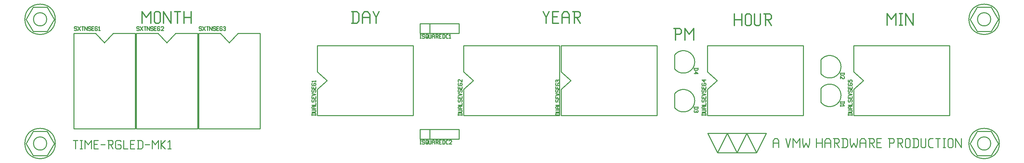
<source format=gbr>
G04 start of page 8 for group -4079 idx -4079 *
G04 Title: (unknown), topsilk *
G04 Creator: pcb 20110918 *
G04 CreationDate: Fri 10 Jan 2014 09:42:05 PM GMT UTC *
G04 For: vince *
G04 Format: Gerber/RS-274X *
G04 PCB-Dimensions: 1000000 160000 *
G04 PCB-Coordinate-Origin: lower left *
%MOIN*%
%FSLAX25Y25*%
%LNTOPSILK*%
%ADD49C,0.0120*%
%ADD48C,0.0100*%
G54D48*X50000Y19300D02*X54400D01*
X52200D02*Y10500D01*
X57040Y19300D02*X59240D01*
X58140D02*Y10500D01*
X57040D02*X59240D01*
X61880Y19300D02*Y10500D01*
Y19300D02*X65180Y14900D01*
X68480Y19300D01*
Y10500D01*
X71120Y15340D02*X74420D01*
X71120Y10500D02*X75520D01*
X71120Y19300D02*Y10500D01*
Y19300D02*X75520D01*
X78160Y14900D02*X82560D01*
X85200Y19300D02*X89600D01*
X90700Y18200D01*
Y16000D01*
X89600Y14900D02*X90700Y16000D01*
X86300Y14900D02*X89600D01*
X86300Y19300D02*Y10500D01*
X88060Y14900D02*X90700Y10500D01*
X97740Y19300D02*X98840Y18200D01*
X94440Y19300D02*X97740D01*
X93340Y18200D02*X94440Y19300D01*
X93340Y18200D02*Y11600D01*
X94440Y10500D01*
X97740D01*
X98840Y11600D01*
Y13800D02*Y11600D01*
X97740Y14900D02*X98840Y13800D01*
X95540Y14900D02*X97740D01*
X101480Y19300D02*Y10500D01*
X105880D01*
X108520Y15340D02*X111820D01*
X108520Y10500D02*X112920D01*
X108520Y19300D02*Y10500D01*
Y19300D02*X112920D01*
X116660D02*Y10500D01*
X119520Y19300D02*X121060Y17760D01*
Y12040D01*
X119520Y10500D02*X121060Y12040D01*
X115560Y10500D02*X119520D01*
X115560Y19300D02*X119520D01*
X123700Y14900D02*X128100D01*
X130740Y19300D02*Y10500D01*
Y19300D02*X134040Y14900D01*
X137340Y19300D01*
Y10500D01*
X139980Y19300D02*Y10500D01*
Y14900D02*X144380Y19300D01*
X139980Y14900D02*X144380Y10500D01*
X147020Y17540D02*X148780Y19300D01*
Y10500D01*
X147020D02*X150320D01*
G54D49*X120500Y152000D02*Y140000D01*
Y152000D02*X125000Y146000D01*
X129500Y152000D01*
Y140000D01*
X133100Y150500D02*Y141500D01*
Y150500D02*X134600Y152000D01*
X137600D01*
X139100Y150500D01*
Y141500D01*
X137600Y140000D02*X139100Y141500D01*
X134600Y140000D02*X137600D01*
X133100Y141500D02*X134600Y140000D01*
X142700Y152000D02*Y140000D01*
Y152000D02*X150200Y140000D01*
Y152000D02*Y140000D01*
X153800Y152000D02*X159800D01*
X156800D02*Y140000D01*
X163400Y152000D02*Y140000D01*
X170900Y152000D02*Y140000D01*
X163400Y146000D02*X170900D01*
X337000Y152000D02*Y140000D01*
X340900Y152000D02*X343000Y149900D01*
Y142100D01*
X340900Y140000D02*X343000Y142100D01*
X335500Y140000D02*X340900D01*
X335500Y152000D02*X340900D01*
X346600Y149000D02*Y140000D01*
Y149000D02*X348700Y152000D01*
X352000D01*
X354100Y149000D01*
Y140000D01*
X346600Y146000D02*X354100D01*
X357700Y152000D02*X360700Y146000D01*
X363700Y152000D01*
X360700Y146000D02*Y140000D01*
G54D48*X767500Y18800D02*Y11750D01*
Y18800D02*X769145Y21150D01*
X771730D01*
X773375Y18800D01*
Y11750D01*
X767500Y16450D02*X773375D01*
X780425Y21150D02*X782775Y11750D01*
X785125Y21150D01*
X787945D02*Y11750D01*
Y21150D02*X791470Y16450D01*
X794995Y21150D01*
Y11750D01*
X797815Y21150D02*Y16450D01*
X798990Y11750D01*
X801340Y16450D01*
X803690Y11750D01*
X804865Y16450D01*
Y21150D02*Y16450D01*
X811915Y21150D02*Y11750D01*
X817790Y21150D02*Y11750D01*
X811915Y16450D02*X817790D01*
X820610Y18800D02*Y11750D01*
Y18800D02*X822255Y21150D01*
X824840D01*
X826485Y18800D01*
Y11750D01*
X820610Y16450D02*X826485D01*
X829305Y21150D02*X834005D01*
X835180Y19975D01*
Y17625D01*
X834005Y16450D02*X835180Y17625D01*
X830480Y16450D02*X834005D01*
X830480Y21150D02*Y11750D01*
X832360Y16450D02*X835180Y11750D01*
X839175Y21150D02*Y11750D01*
X842230Y21150D02*X843875Y19505D01*
Y13395D01*
X842230Y11750D02*X843875Y13395D01*
X838000Y11750D02*X842230D01*
X838000Y21150D02*X842230D01*
X846695D02*Y16450D01*
X847870Y11750D01*
X850220Y16450D01*
X852570Y11750D01*
X853745Y16450D01*
Y21150D02*Y16450D01*
X856565Y18800D02*Y11750D01*
Y18800D02*X858210Y21150D01*
X860795D01*
X862440Y18800D01*
Y11750D01*
X856565Y16450D02*X862440D01*
X865260Y21150D02*X869960D01*
X871135Y19975D01*
Y17625D01*
X869960Y16450D02*X871135Y17625D01*
X866435Y16450D02*X869960D01*
X866435Y21150D02*Y11750D01*
X868315Y16450D02*X871135Y11750D01*
X873955Y16920D02*X877480D01*
X873955Y11750D02*X878655D01*
X873955Y21150D02*Y11750D01*
Y21150D02*X878655D01*
X886880D02*Y11750D01*
X885705Y21150D02*X890405D01*
X891580Y19975D01*
Y17625D01*
X890405Y16450D02*X891580Y17625D01*
X886880Y16450D02*X890405D01*
X894400Y21150D02*X899100D01*
X900275Y19975D01*
Y17625D01*
X899100Y16450D02*X900275Y17625D01*
X895575Y16450D02*X899100D01*
X895575Y21150D02*Y11750D01*
X897455Y16450D02*X900275Y11750D01*
X903095Y19975D02*Y12925D01*
Y19975D02*X904270Y21150D01*
X906620D01*
X907795Y19975D01*
Y12925D01*
X906620Y11750D02*X907795Y12925D01*
X904270Y11750D02*X906620D01*
X903095Y12925D02*X904270Y11750D01*
X911790Y21150D02*Y11750D01*
X914845Y21150D02*X916490Y19505D01*
Y13395D01*
X914845Y11750D02*X916490Y13395D01*
X910615Y11750D02*X914845D01*
X910615Y21150D02*X914845D01*
X919310D02*Y12925D01*
X920485Y11750D01*
X922835D01*
X924010Y12925D01*
Y21150D02*Y12925D01*
X928475Y11750D02*X931530D01*
X926830Y13395D02*X928475Y11750D01*
X926830Y19505D02*Y13395D01*
Y19505D02*X928475Y21150D01*
X931530D01*
X934350D02*X939050D01*
X936700D02*Y11750D01*
X941870Y21150D02*X944220D01*
X943045D02*Y11750D01*
X941870D02*X944220D01*
X947040Y19975D02*Y12925D01*
Y19975D02*X948215Y21150D01*
X950565D01*
X951740Y19975D01*
Y12925D01*
X950565Y11750D02*X951740Y12925D01*
X948215Y11750D02*X950565D01*
X947040Y12925D02*X948215Y11750D01*
X954560Y21150D02*Y11750D01*
Y21150D02*X960435Y11750D01*
Y21150D02*Y11750D01*
G54D49*X532000Y152000D02*X535000Y146000D01*
X538000Y152000D01*
X535000Y146000D02*Y140000D01*
X541600Y146600D02*X546100D01*
X541600Y140000D02*X547600D01*
X541600Y152000D02*Y140000D01*
Y152000D02*X547600D01*
X551200Y149000D02*Y140000D01*
Y149000D02*X553300Y152000D01*
X556600D01*
X558700Y149000D01*
Y140000D01*
X551200Y146000D02*X558700D01*
X562300Y152000D02*X568300D01*
X569800Y150500D01*
Y147500D01*
X568300Y146000D02*X569800Y147500D01*
X563800Y146000D02*X568300D01*
X563800Y152000D02*Y140000D01*
X566200Y146000D02*X569800Y140000D01*
X728000Y149500D02*Y137500D01*
X735500Y149500D02*Y137500D01*
X728000Y143500D02*X735500D01*
X739100Y148000D02*Y139000D01*
Y148000D02*X740600Y149500D01*
X743600D01*
X745100Y148000D01*
Y139000D01*
X743600Y137500D02*X745100Y139000D01*
X740600Y137500D02*X743600D01*
X739100Y139000D02*X740600Y137500D01*
X748700Y149500D02*Y139000D01*
X750200Y137500D01*
X753200D01*
X754700Y139000D01*
Y149500D02*Y139000D01*
X758300Y149500D02*X764300D01*
X765800Y148000D01*
Y145000D01*
X764300Y143500D02*X765800Y145000D01*
X759800Y143500D02*X764300D01*
X759800Y149500D02*Y137500D01*
X762200Y143500D02*X765800Y137500D01*
X884500Y150000D02*Y138000D01*
Y150000D02*X889000Y144000D01*
X893500Y150000D01*
Y138000D01*
X897100Y150000D02*X900100D01*
X898600D02*Y138000D01*
X897100D02*X900100D01*
X903700Y150000D02*Y138000D01*
Y150000D02*X911200Y138000D01*
Y150000D02*Y138000D01*
X667500Y134500D02*Y122500D01*
X666000Y134500D02*X672000D01*
X673500Y133000D01*
Y130000D01*
X672000Y128500D02*X673500Y130000D01*
X667500Y128500D02*X672000D01*
X677100Y134500D02*Y122500D01*
Y134500D02*X681600Y128500D01*
X686100Y134500D01*
Y122500D01*
G54D48*X816500Y72800D02*Y58300D01*
X817500Y57400D02*X816500Y58400D01*
X817500Y73800D02*X816600Y72900D01*
X817498Y57398D02*G75*G03X817498Y73802I8202J8202D01*G01*
X850300Y45000D02*X948700D01*
Y117000D02*Y45000D01*
X850300Y117000D02*X948700D01*
X850300D02*Y90000D01*
X860250Y81000D01*
X850300Y72000D01*
Y45000D01*
X700300D02*X798700D01*
Y117000D02*Y45000D01*
X700300Y117000D02*X798700D01*
X700300D02*Y90000D01*
X710250Y81000D01*
X700300Y72000D01*
Y45000D01*
X666500Y107300D02*Y92800D01*
X667500Y91900D02*X666500Y92900D01*
X667500Y108300D02*X666600Y107400D01*
X667498Y91898D02*G75*G03X667498Y108302I8202J8202D01*G01*
X816500Y102300D02*Y87800D01*
X817500Y86900D02*X816500Y87900D01*
X817500Y103300D02*X816600Y102400D01*
X817498Y86898D02*G75*G03X817498Y103302I8202J8202D01*G01*
X666500Y67300D02*Y52800D01*
X667500Y51900D02*X666500Y52900D01*
X667500Y68300D02*X666600Y67400D01*
X667498Y51898D02*G75*G03X667498Y68302I8202J8202D01*G01*
X450300Y45000D02*X548700D01*
Y117000D02*Y45000D01*
X450300Y117000D02*X548700D01*
X450300D02*Y90000D01*
X460250Y81000D01*
X450300Y72000D01*
Y45000D01*
X969600Y16000D02*X976800Y3500D01*
X991200D01*
X998400Y16000D01*
X991200Y28500D01*
X976800D01*
X969600Y16000D01*
X977200D02*G75*G03X977200Y16000I6800J0D01*G01*
X968400D02*G75*G03X968400Y16000I15600J0D01*G01*
X969600Y144000D02*X976800Y131500D01*
X991200D01*
X998400Y144000D01*
X991200Y156500D01*
X976800D01*
X969600Y144000D01*
X977200D02*G75*G03X977200Y144000I6800J0D01*G01*
X968400Y144000D02*G75*G03X968400Y144000I15600J0D01*G01*
X550300Y45000D02*X648700D01*
Y117000D02*Y45000D01*
X550300Y117000D02*X648700D01*
X550300D02*Y90000D01*
X560250Y81000D01*
X550300Y72000D01*
Y45000D01*
X700500Y26500D02*X710500Y6500D01*
X750500D01*
X760500Y26500D01*
X700500D01*
X710500Y6500D02*X720500Y26500D01*
X730500Y6500D01*
X740500Y26500D01*
X750500Y6500D01*
X114500Y129700D02*Y31300D01*
X177500D01*
Y129700D01*
X155000D01*
X146000Y119750D01*
X137000Y129700D01*
X114500D01*
X300300Y45000D02*X398700D01*
Y117000D02*Y45000D01*
X300300Y117000D02*X398700D01*
X300300D02*Y90000D01*
X310250Y81000D01*
X300300Y72000D01*
Y45000D01*
X178500Y129700D02*Y31300D01*
X241500D01*
Y129700D01*
X219000D01*
X210000Y119750D01*
X201000Y129700D01*
X178500D01*
X50500D02*Y31300D01*
X113500D01*
Y129700D01*
X91000D01*
X82000Y119750D01*
X73000Y129700D01*
X50500D01*
X405500Y129500D02*X445500D01*
Y139500D02*Y129500D01*
X405500Y139500D02*X445500D01*
X405500D02*Y129500D01*
X415500Y139500D02*Y129500D01*
X405500Y139500D02*X415500D01*
X405500Y20500D02*X445500D01*
Y30500D02*Y20500D01*
X405500Y30500D02*X445500D01*
X405500D02*Y20500D01*
X415500Y30500D02*Y20500D01*
X405500Y30500D02*X415500D01*
X1600Y144000D02*X8800Y131500D01*
X23200D01*
X30400Y144000D01*
X23200Y156500D01*
X8800D01*
X1600Y144000D01*
X9200D02*G75*G03X9200Y144000I6800J0D01*G01*
X400Y144000D02*G75*G03X400Y144000I15600J0D01*G01*
X1600Y16000D02*X8800Y3500D01*
X23200D01*
X30400Y16000D01*
X23200Y28500D01*
X8800D01*
X1600Y16000D01*
X9200D02*G75*G03X9200Y16000I6800J0D01*G01*
X400D02*G75*G03X400Y16000I15600J0D01*G01*
X836400Y59000D02*X840400D01*
Y57700D02*X839700Y57000D01*
X837100D02*X839700D01*
X836400Y57700D02*X837100Y57000D01*
X836400Y59500D02*Y57700D01*
X840400Y59500D02*Y57700D01*
X839600Y55800D02*X840400Y55000D01*
X836400D02*X840400D01*
X836400Y55800D02*Y54300D01*
X844500Y45500D02*X848500D01*
X844500Y46800D02*X845200Y47500D01*
X847800D01*
X848500Y46800D02*X847800Y47500D01*
X848500Y46800D02*Y45000D01*
X844500Y46800D02*Y45000D01*
Y48700D02*X848000D01*
X848500Y49200D01*
Y50200D02*Y49200D01*
Y50200D02*X848000Y50700D01*
X844500D02*X848000D01*
X845500Y51900D02*X848500D01*
X845500D02*X844500Y52600D01*
Y53700D02*Y52600D01*
Y53700D02*X845500Y54400D01*
X848500D01*
X846500D02*Y51900D01*
X844500Y55600D02*X848500D01*
Y57600D02*Y55600D01*
X844500Y60800D02*X845000Y61300D01*
X844500Y60800D02*Y59300D01*
X845000Y58800D02*X844500Y59300D01*
X845000Y58800D02*X846000D01*
X846500Y59300D01*
Y60800D02*Y59300D01*
Y60800D02*X847000Y61300D01*
X848000D01*
X848500Y60800D02*X848000Y61300D01*
X848500Y60800D02*Y59300D01*
X848000Y58800D02*X848500Y59300D01*
X846300Y64000D02*Y62500D01*
X848500Y64500D02*Y62500D01*
X844500D02*X848500D01*
X844500Y64500D02*Y62500D01*
Y65700D02*X848500Y66700D01*
X844500Y67700D01*
Y70900D02*X845000Y71400D01*
X844500Y70900D02*Y69400D01*
X845000Y68900D02*X844500Y69400D01*
X845000Y68900D02*X846000D01*
X846500Y69400D01*
Y70900D02*Y69400D01*
Y70900D02*X847000Y71400D01*
X848000D01*
X848500Y70900D02*X848000Y71400D01*
X848500Y70900D02*Y69400D01*
X848000Y68900D02*X848500Y69400D01*
X846300Y74100D02*Y72600D01*
X848500Y74600D02*Y72600D01*
X844500D02*X848500D01*
X844500Y74600D02*Y72600D01*
Y77800D02*X845000Y78300D01*
X844500Y77800D02*Y76300D01*
X845000Y75800D02*X844500Y76300D01*
X845000Y75800D02*X848000D01*
X848500Y76300D01*
Y77800D02*Y76300D01*
Y77800D02*X848000Y78300D01*
X847000D02*X848000D01*
X846500Y77800D02*X847000Y78300D01*
X846500Y77800D02*Y76800D01*
X844500Y81500D02*Y79500D01*
X846500D01*
X846000Y80000D01*
Y81000D02*Y80000D01*
Y81000D02*X846500Y81500D01*
X848000D01*
X848500Y81000D02*X848000Y81500D01*
X848500Y81000D02*Y80000D01*
X848000Y79500D02*X848500Y80000D01*
X694500Y45500D02*X698500D01*
X694500Y46800D02*X695200Y47500D01*
X697800D01*
X698500Y46800D02*X697800Y47500D01*
X698500Y46800D02*Y45000D01*
X694500Y46800D02*Y45000D01*
Y48700D02*X698000D01*
X698500Y49200D01*
Y50200D02*Y49200D01*
Y50200D02*X698000Y50700D01*
X694500D02*X698000D01*
X695500Y51900D02*X698500D01*
X695500D02*X694500Y52600D01*
Y53700D02*Y52600D01*
Y53700D02*X695500Y54400D01*
X698500D01*
X696500D02*Y51900D01*
X694500Y55600D02*X698500D01*
Y57600D02*Y55600D01*
X694500Y60800D02*X695000Y61300D01*
X694500Y60800D02*Y59300D01*
X695000Y58800D02*X694500Y59300D01*
X695000Y58800D02*X696000D01*
X696500Y59300D01*
Y60800D02*Y59300D01*
Y60800D02*X697000Y61300D01*
X698000D01*
X698500Y60800D02*X698000Y61300D01*
X698500Y60800D02*Y59300D01*
X698000Y58800D02*X698500Y59300D01*
X696300Y64000D02*Y62500D01*
X698500Y64500D02*Y62500D01*
X694500D02*X698500D01*
X694500Y64500D02*Y62500D01*
Y65700D02*X698500Y66700D01*
X694500Y67700D01*
Y70900D02*X695000Y71400D01*
X694500Y70900D02*Y69400D01*
X695000Y68900D02*X694500Y69400D01*
X695000Y68900D02*X696000D01*
X696500Y69400D01*
Y70900D02*Y69400D01*
Y70900D02*X697000Y71400D01*
X698000D01*
X698500Y70900D02*X698000Y71400D01*
X698500Y70900D02*Y69400D01*
X698000Y68900D02*X698500Y69400D01*
X696300Y74100D02*Y72600D01*
X698500Y74600D02*Y72600D01*
X694500D02*X698500D01*
X694500Y74600D02*Y72600D01*
Y77800D02*X695000Y78300D01*
X694500Y77800D02*Y76300D01*
X695000Y75800D02*X694500Y76300D01*
X695000Y75800D02*X698000D01*
X698500Y76300D01*
Y77800D02*Y76300D01*
Y77800D02*X698000Y78300D01*
X697000D02*X698000D01*
X696500Y77800D02*X697000Y78300D01*
X696500Y77800D02*Y76800D01*
X697000Y79500D02*X694500Y81500D01*
X697000Y82000D02*Y79500D01*
X694500Y81500D02*X698500D01*
X686400Y93500D02*X690400D01*
Y92200D02*X689700Y91500D01*
X687100D02*X689700D01*
X686400Y92200D02*X687100Y91500D01*
X686400Y94000D02*Y92200D01*
X690400Y94000D02*Y92200D01*
X687900Y90300D02*X690400Y88300D01*
X687900Y90300D02*Y87800D01*
X686400Y88300D02*X690400D01*
X836400Y88500D02*X840400D01*
Y87200D02*X839700Y86500D01*
X837100D02*X839700D01*
X836400Y87200D02*X837100Y86500D01*
X836400Y89000D02*Y87200D01*
X840400Y89000D02*Y87200D01*
X839900Y85300D02*X840400Y84800D01*
Y83300D01*
X839900Y82800D01*
X838900D02*X839900D01*
X836400Y85300D02*X838900Y82800D01*
X836400Y85300D02*Y82800D01*
X686400Y53500D02*X690400D01*
Y52200D02*X689700Y51500D01*
X687100D02*X689700D01*
X686400Y52200D02*X687100Y51500D01*
X686400Y54000D02*Y52200D01*
X690400Y54000D02*Y52200D01*
X689900Y50300D02*X690400Y49800D01*
Y48800D01*
X689900Y48300D01*
X686400Y48800D02*X686900Y48300D01*
X686400Y49800D02*Y48800D01*
X686900Y50300D02*X686400Y49800D01*
X688600D02*Y48800D01*
X689100Y48300D02*X689900D01*
X686900D02*X688100D01*
X688600Y48800D01*
X689100Y48300D02*X688600Y48800D01*
X544500Y45500D02*X548500D01*
X544500Y46800D02*X545200Y47500D01*
X547800D01*
X548500Y46800D02*X547800Y47500D01*
X548500Y46800D02*Y45000D01*
X544500Y46800D02*Y45000D01*
Y48700D02*X548000D01*
X548500Y49200D01*
Y50200D02*Y49200D01*
Y50200D02*X548000Y50700D01*
X544500D02*X548000D01*
X545500Y51900D02*X548500D01*
X545500D02*X544500Y52600D01*
Y53700D02*Y52600D01*
Y53700D02*X545500Y54400D01*
X548500D01*
X546500D02*Y51900D01*
X544500Y55600D02*X548500D01*
Y57600D02*Y55600D01*
X544500Y60800D02*X545000Y61300D01*
X544500Y60800D02*Y59300D01*
X545000Y58800D02*X544500Y59300D01*
X545000Y58800D02*X546000D01*
X546500Y59300D01*
Y60800D02*Y59300D01*
Y60800D02*X547000Y61300D01*
X548000D01*
X548500Y60800D02*X548000Y61300D01*
X548500Y60800D02*Y59300D01*
X548000Y58800D02*X548500Y59300D01*
X546300Y64000D02*Y62500D01*
X548500Y64500D02*Y62500D01*
X544500D02*X548500D01*
X544500Y64500D02*Y62500D01*
Y65700D02*X548500Y66700D01*
X544500Y67700D01*
Y70900D02*X545000Y71400D01*
X544500Y70900D02*Y69400D01*
X545000Y68900D02*X544500Y69400D01*
X545000Y68900D02*X546000D01*
X546500Y69400D01*
Y70900D02*Y69400D01*
Y70900D02*X547000Y71400D01*
X548000D01*
X548500Y70900D02*X548000Y71400D01*
X548500Y70900D02*Y69400D01*
X548000Y68900D02*X548500Y69400D01*
X546300Y74100D02*Y72600D01*
X548500Y74600D02*Y72600D01*
X544500D02*X548500D01*
X544500Y74600D02*Y72600D01*
Y77800D02*X545000Y78300D01*
X544500Y77800D02*Y76300D01*
X545000Y75800D02*X544500Y76300D01*
X545000Y75800D02*X548000D01*
X548500Y76300D01*
Y77800D02*Y76300D01*
Y77800D02*X548000Y78300D01*
X547000D02*X548000D01*
X546500Y77800D02*X547000Y78300D01*
X546500Y77800D02*Y76800D01*
X545000Y79500D02*X544500Y80000D01*
Y81000D02*Y80000D01*
Y81000D02*X545000Y81500D01*
X548500Y81000D02*X548000Y81500D01*
X548500Y81000D02*Y80000D01*
X548000Y79500D02*X548500Y80000D01*
X546300Y81000D02*Y80000D01*
X545000Y81500D02*X545800D01*
X546800D02*X548000D01*
X546800D02*X546300Y81000D01*
X545800Y81500D02*X546300Y81000D01*
X117000Y136500D02*X117500Y136000D01*
X115500Y136500D02*X117000D01*
X115000Y136000D02*X115500Y136500D01*
X115000Y136000D02*Y135000D01*
X115500Y134500D01*
X117000D01*
X117500Y134000D01*
Y133000D01*
X117000Y132500D02*X117500Y133000D01*
X115500Y132500D02*X117000D01*
X115000Y133000D02*X115500Y132500D01*
X118700D02*X121200Y136500D01*
X118700D02*X121200Y132500D01*
X122400Y136500D02*X124400D01*
X123400D02*Y132500D01*
X125600Y136500D02*Y132500D01*
Y136500D02*X128100Y132500D01*
Y136500D02*Y132500D01*
X131300Y136500D02*X131800Y136000D01*
X129800Y136500D02*X131300D01*
X129300Y136000D02*X129800Y136500D01*
X129300Y136000D02*Y135000D01*
X129800Y134500D01*
X131300D01*
X131800Y134000D01*
Y133000D01*
X131300Y132500D02*X131800Y133000D01*
X129800Y132500D02*X131300D01*
X129300Y133000D02*X129800Y132500D01*
X133000Y134700D02*X134500D01*
X133000Y132500D02*X135000D01*
X133000Y136500D02*Y132500D01*
Y136500D02*X135000D01*
X138200D02*X138700Y136000D01*
X136700Y136500D02*X138200D01*
X136200Y136000D02*X136700Y136500D01*
X136200Y136000D02*Y133000D01*
X136700Y132500D01*
X138200D01*
X138700Y133000D01*
Y134000D02*Y133000D01*
X138200Y134500D02*X138700Y134000D01*
X137200Y134500D02*X138200D01*
X139900Y136000D02*X140400Y136500D01*
X141900D01*
X142400Y136000D01*
Y135000D01*
X139900Y132500D02*X142400Y135000D01*
X139900Y132500D02*X142400D01*
X294500Y45500D02*X298500D01*
X294500Y46800D02*X295200Y47500D01*
X297800D01*
X298500Y46800D02*X297800Y47500D01*
X298500Y46800D02*Y45000D01*
X294500Y46800D02*Y45000D01*
Y48700D02*X298000D01*
X298500Y49200D01*
Y50200D02*Y49200D01*
Y50200D02*X298000Y50700D01*
X294500D02*X298000D01*
X295500Y51900D02*X298500D01*
X295500D02*X294500Y52600D01*
Y53700D02*Y52600D01*
Y53700D02*X295500Y54400D01*
X298500D01*
X296500D02*Y51900D01*
X294500Y55600D02*X298500D01*
Y57600D02*Y55600D01*
X294500Y60800D02*X295000Y61300D01*
X294500Y60800D02*Y59300D01*
X295000Y58800D02*X294500Y59300D01*
X295000Y58800D02*X296000D01*
X296500Y59300D01*
Y60800D02*Y59300D01*
Y60800D02*X297000Y61300D01*
X298000D01*
X298500Y60800D02*X298000Y61300D01*
X298500Y60800D02*Y59300D01*
X298000Y58800D02*X298500Y59300D01*
X296300Y64000D02*Y62500D01*
X298500Y64500D02*Y62500D01*
X294500D02*X298500D01*
X294500Y64500D02*Y62500D01*
Y65700D02*X298500Y66700D01*
X294500Y67700D01*
Y70900D02*X295000Y71400D01*
X294500Y70900D02*Y69400D01*
X295000Y68900D02*X294500Y69400D01*
X295000Y68900D02*X296000D01*
X296500Y69400D01*
Y70900D02*Y69400D01*
Y70900D02*X297000Y71400D01*
X298000D01*
X298500Y70900D02*X298000Y71400D01*
X298500Y70900D02*Y69400D01*
X298000Y68900D02*X298500Y69400D01*
X296300Y74100D02*Y72600D01*
X298500Y74600D02*Y72600D01*
X294500D02*X298500D01*
X294500Y74600D02*Y72600D01*
Y77800D02*X295000Y78300D01*
X294500Y77800D02*Y76300D01*
X295000Y75800D02*X294500Y76300D01*
X295000Y75800D02*X298000D01*
X298500Y76300D01*
Y77800D02*Y76300D01*
Y77800D02*X298000Y78300D01*
X297000D02*X298000D01*
X296500Y77800D02*X297000Y78300D01*
X296500Y77800D02*Y76800D01*
X295300Y79500D02*X294500Y80300D01*
X298500D01*
Y81000D02*Y79500D01*
X181000Y136500D02*X181500Y136000D01*
X179500Y136500D02*X181000D01*
X179000Y136000D02*X179500Y136500D01*
X179000Y136000D02*Y135000D01*
X179500Y134500D01*
X181000D01*
X181500Y134000D01*
Y133000D01*
X181000Y132500D02*X181500Y133000D01*
X179500Y132500D02*X181000D01*
X179000Y133000D02*X179500Y132500D01*
X182700D02*X185200Y136500D01*
X182700D02*X185200Y132500D01*
X186400Y136500D02*X188400D01*
X187400D02*Y132500D01*
X189600Y136500D02*Y132500D01*
Y136500D02*X192100Y132500D01*
Y136500D02*Y132500D01*
X195300Y136500D02*X195800Y136000D01*
X193800Y136500D02*X195300D01*
X193300Y136000D02*X193800Y136500D01*
X193300Y136000D02*Y135000D01*
X193800Y134500D01*
X195300D01*
X195800Y134000D01*
Y133000D01*
X195300Y132500D02*X195800Y133000D01*
X193800Y132500D02*X195300D01*
X193300Y133000D02*X193800Y132500D01*
X197000Y134700D02*X198500D01*
X197000Y132500D02*X199000D01*
X197000Y136500D02*Y132500D01*
Y136500D02*X199000D01*
X202200D02*X202700Y136000D01*
X200700Y136500D02*X202200D01*
X200200Y136000D02*X200700Y136500D01*
X200200Y136000D02*Y133000D01*
X200700Y132500D01*
X202200D01*
X202700Y133000D01*
Y134000D02*Y133000D01*
X202200Y134500D02*X202700Y134000D01*
X201200Y134500D02*X202200D01*
X203900Y136000D02*X204400Y136500D01*
X205400D01*
X205900Y136000D01*
X205400Y132500D02*X205900Y133000D01*
X204400Y132500D02*X205400D01*
X203900Y133000D02*X204400Y132500D01*
Y134700D02*X205400D01*
X205900Y136000D02*Y135200D01*
Y134200D02*Y133000D01*
Y134200D02*X205400Y134700D01*
X205900Y135200D02*X205400Y134700D01*
X53000Y136500D02*X53500Y136000D01*
X51500Y136500D02*X53000D01*
X51000Y136000D02*X51500Y136500D01*
X51000Y136000D02*Y135000D01*
X51500Y134500D01*
X53000D01*
X53500Y134000D01*
Y133000D01*
X53000Y132500D02*X53500Y133000D01*
X51500Y132500D02*X53000D01*
X51000Y133000D02*X51500Y132500D01*
X54700D02*X57200Y136500D01*
X54700D02*X57200Y132500D01*
X58400Y136500D02*X60400D01*
X59400D02*Y132500D01*
X61600Y136500D02*Y132500D01*
Y136500D02*X64100Y132500D01*
Y136500D02*Y132500D01*
X67300Y136500D02*X67800Y136000D01*
X65800Y136500D02*X67300D01*
X65300Y136000D02*X65800Y136500D01*
X65300Y136000D02*Y135000D01*
X65800Y134500D01*
X67300D01*
X67800Y134000D01*
Y133000D01*
X67300Y132500D02*X67800Y133000D01*
X65800Y132500D02*X67300D01*
X65300Y133000D02*X65800Y132500D01*
X69000Y134700D02*X70500D01*
X69000Y132500D02*X71000D01*
X69000Y136500D02*Y132500D01*
Y136500D02*X71000D01*
X74200D02*X74700Y136000D01*
X72700Y136500D02*X74200D01*
X72200Y136000D02*X72700Y136500D01*
X72200Y136000D02*Y133000D01*
X72700Y132500D01*
X74200D01*
X74700Y133000D01*
Y134000D02*Y133000D01*
X74200Y134500D02*X74700Y134000D01*
X73200Y134500D02*X74200D01*
X75900Y135700D02*X76700Y136500D01*
Y132500D01*
X75900D02*X77400D01*
X405500Y128500D02*X406500D01*
X406000D02*Y124500D01*
X405500D02*X406500D01*
X409700Y128500D02*X410200Y128000D01*
X408200Y128500D02*X409700D01*
X407700Y128000D02*X408200Y128500D01*
X407700Y128000D02*Y127000D01*
X408200Y126500D01*
X409700D01*
X410200Y126000D01*
Y125000D01*
X409700Y124500D02*X410200Y125000D01*
X408200Y124500D02*X409700D01*
X407700Y125000D02*X408200Y124500D01*
X411400Y128000D02*Y125000D01*
Y128000D02*X411900Y128500D01*
X412900D01*
X413400Y128000D01*
Y125500D01*
X412400Y124500D02*X413400Y125500D01*
X411900Y124500D02*X412400D01*
X411400Y125000D02*X411900Y124500D01*
X412400Y126000D02*X413400Y124500D01*
X414600Y128500D02*Y125000D01*
X415100Y124500D01*
X416100D01*
X416600Y125000D01*
Y128500D02*Y125000D01*
X417800Y127500D02*Y124500D01*
Y127500D02*X418500Y128500D01*
X419600D01*
X420300Y127500D01*
Y124500D01*
X417800Y126500D02*X420300D01*
X421500Y128500D02*X423500D01*
X424000Y128000D01*
Y127000D01*
X423500Y126500D02*X424000Y127000D01*
X422000Y126500D02*X423500D01*
X422000Y128500D02*Y124500D01*
X422800Y126500D02*X424000Y124500D01*
X425200Y126700D02*X426700D01*
X425200Y124500D02*X427200D01*
X425200Y128500D02*Y124500D01*
Y128500D02*X427200D01*
X428900D02*Y124500D01*
X430200Y128500D02*X430900Y127800D01*
Y125200D01*
X430200Y124500D02*X430900Y125200D01*
X428400Y124500D02*X430200D01*
X428400Y128500D02*X430200D01*
X432800Y124500D02*X434100D01*
X432100Y125200D02*X432800Y124500D01*
X432100Y127800D02*Y125200D01*
Y127800D02*X432800Y128500D01*
X434100D01*
X435300Y127700D02*X436100Y128500D01*
Y124500D01*
X435300D02*X436800D01*
X405500Y19500D02*X406500D01*
X406000D02*Y15500D01*
X405500D02*X406500D01*
X409700Y19500D02*X410200Y19000D01*
X408200Y19500D02*X409700D01*
X407700Y19000D02*X408200Y19500D01*
X407700Y19000D02*Y18000D01*
X408200Y17500D01*
X409700D01*
X410200Y17000D01*
Y16000D01*
X409700Y15500D02*X410200Y16000D01*
X408200Y15500D02*X409700D01*
X407700Y16000D02*X408200Y15500D01*
X411400Y19000D02*Y16000D01*
Y19000D02*X411900Y19500D01*
X412900D01*
X413400Y19000D01*
Y16500D01*
X412400Y15500D02*X413400Y16500D01*
X411900Y15500D02*X412400D01*
X411400Y16000D02*X411900Y15500D01*
X412400Y17000D02*X413400Y15500D01*
X414600Y19500D02*Y16000D01*
X415100Y15500D01*
X416100D01*
X416600Y16000D01*
Y19500D02*Y16000D01*
X417800Y18500D02*Y15500D01*
Y18500D02*X418500Y19500D01*
X419600D01*
X420300Y18500D01*
Y15500D01*
X417800Y17500D02*X420300D01*
X421500Y19500D02*X423500D01*
X424000Y19000D01*
Y18000D01*
X423500Y17500D02*X424000Y18000D01*
X422000Y17500D02*X423500D01*
X422000Y19500D02*Y15500D01*
X422800Y17500D02*X424000Y15500D01*
X425200Y17700D02*X426700D01*
X425200Y15500D02*X427200D01*
X425200Y19500D02*Y15500D01*
Y19500D02*X427200D01*
X428900D02*Y15500D01*
X430200Y19500D02*X430900Y18800D01*
Y16200D01*
X430200Y15500D02*X430900Y16200D01*
X428400Y15500D02*X430200D01*
X428400Y19500D02*X430200D01*
X432800Y15500D02*X434100D01*
X432100Y16200D02*X432800Y15500D01*
X432100Y18800D02*Y16200D01*
Y18800D02*X432800Y19500D01*
X434100D01*
X435300Y19000D02*X435800Y19500D01*
X437300D01*
X437800Y19000D01*
Y18000D01*
X435300Y15500D02*X437800Y18000D01*
X435300Y15500D02*X437800D01*
X444500Y45500D02*X448500D01*
X444500Y46800D02*X445200Y47500D01*
X447800D01*
X448500Y46800D02*X447800Y47500D01*
X448500Y46800D02*Y45000D01*
X444500Y46800D02*Y45000D01*
Y48700D02*X448000D01*
X448500Y49200D01*
Y50200D02*Y49200D01*
Y50200D02*X448000Y50700D01*
X444500D02*X448000D01*
X445500Y51900D02*X448500D01*
X445500D02*X444500Y52600D01*
Y53700D02*Y52600D01*
Y53700D02*X445500Y54400D01*
X448500D01*
X446500D02*Y51900D01*
X444500Y55600D02*X448500D01*
Y57600D02*Y55600D01*
X444500Y60800D02*X445000Y61300D01*
X444500Y60800D02*Y59300D01*
X445000Y58800D02*X444500Y59300D01*
X445000Y58800D02*X446000D01*
X446500Y59300D01*
Y60800D02*Y59300D01*
Y60800D02*X447000Y61300D01*
X448000D01*
X448500Y60800D02*X448000Y61300D01*
X448500Y60800D02*Y59300D01*
X448000Y58800D02*X448500Y59300D01*
X446300Y64000D02*Y62500D01*
X448500Y64500D02*Y62500D01*
X444500D02*X448500D01*
X444500Y64500D02*Y62500D01*
Y65700D02*X448500Y66700D01*
X444500Y67700D01*
Y70900D02*X445000Y71400D01*
X444500Y70900D02*Y69400D01*
X445000Y68900D02*X444500Y69400D01*
X445000Y68900D02*X446000D01*
X446500Y69400D01*
Y70900D02*Y69400D01*
Y70900D02*X447000Y71400D01*
X448000D01*
X448500Y70900D02*X448000Y71400D01*
X448500Y70900D02*Y69400D01*
X448000Y68900D02*X448500Y69400D01*
X446300Y74100D02*Y72600D01*
X448500Y74600D02*Y72600D01*
X444500D02*X448500D01*
X444500Y74600D02*Y72600D01*
Y77800D02*X445000Y78300D01*
X444500Y77800D02*Y76300D01*
X445000Y75800D02*X444500Y76300D01*
X445000Y75800D02*X448000D01*
X448500Y76300D01*
Y77800D02*Y76300D01*
Y77800D02*X448000Y78300D01*
X447000D02*X448000D01*
X446500Y77800D02*X447000Y78300D01*
X446500Y77800D02*Y76800D01*
X445000Y79500D02*X444500Y80000D01*
Y81500D02*Y80000D01*
Y81500D02*X445000Y82000D01*
X446000D01*
X448500Y79500D02*X446000Y82000D01*
X448500D02*Y79500D01*
M02*

</source>
